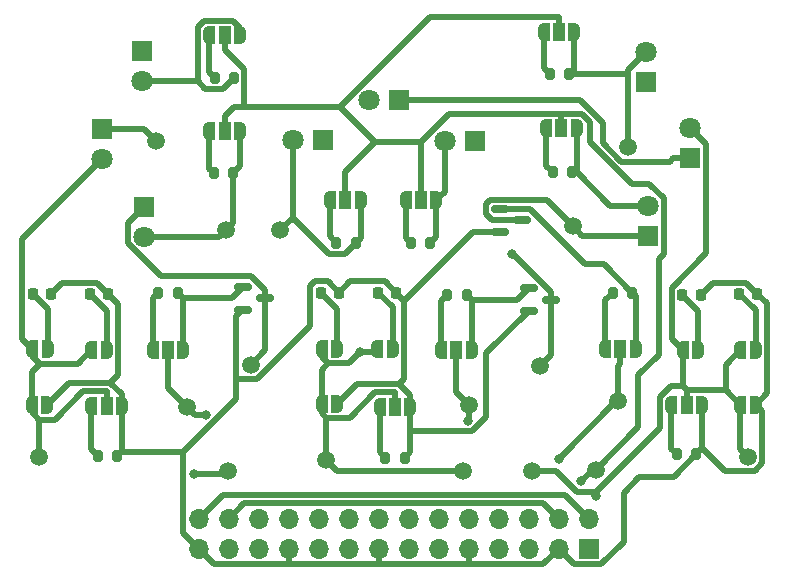
<source format=gbr>
%TF.GenerationSoftware,KiCad,Pcbnew,(7.0.0)*%
%TF.CreationDate,2024-03-24T15:02:48+02:00*%
%TF.ProjectId,MMPCB,4d4d5043-422e-46b6-9963-61645f706362,rev?*%
%TF.SameCoordinates,Original*%
%TF.FileFunction,Copper,L1,Top*%
%TF.FilePolarity,Positive*%
%FSLAX46Y46*%
G04 Gerber Fmt 4.6, Leading zero omitted, Abs format (unit mm)*
G04 Created by KiCad (PCBNEW (7.0.0)) date 2024-03-24 15:02:48*
%MOMM*%
%LPD*%
G01*
G04 APERTURE LIST*
G04 Aperture macros list*
%AMRoundRect*
0 Rectangle with rounded corners*
0 $1 Rounding radius*
0 $2 $3 $4 $5 $6 $7 $8 $9 X,Y pos of 4 corners*
0 Add a 4 corners polygon primitive as box body*
4,1,4,$2,$3,$4,$5,$6,$7,$8,$9,$2,$3,0*
0 Add four circle primitives for the rounded corners*
1,1,$1+$1,$2,$3*
1,1,$1+$1,$4,$5*
1,1,$1+$1,$6,$7*
1,1,$1+$1,$8,$9*
0 Add four rect primitives between the rounded corners*
20,1,$1+$1,$2,$3,$4,$5,0*
20,1,$1+$1,$4,$5,$6,$7,0*
20,1,$1+$1,$6,$7,$8,$9,0*
20,1,$1+$1,$8,$9,$2,$3,0*%
%AMFreePoly0*
4,1,19,0.550000,-0.750000,0.000000,-0.750000,0.000000,-0.744911,-0.071157,-0.744911,-0.207708,-0.704816,-0.327430,-0.627875,-0.420627,-0.520320,-0.479746,-0.390866,-0.500000,-0.250000,-0.500000,0.250000,-0.479746,0.390866,-0.420627,0.520320,-0.327430,0.627875,-0.207708,0.704816,-0.071157,0.744911,0.000000,0.744911,0.000000,0.750000,0.550000,0.750000,0.550000,-0.750000,0.550000,-0.750000,
$1*%
%AMFreePoly1*
4,1,19,0.000000,0.744911,0.071157,0.744911,0.207708,0.704816,0.327430,0.627875,0.420627,0.520320,0.479746,0.390866,0.500000,0.250000,0.500000,-0.250000,0.479746,-0.390866,0.420627,-0.520320,0.327430,-0.627875,0.207708,-0.704816,0.071157,-0.744911,0.000000,-0.744911,0.000000,-0.750000,-0.550000,-0.750000,-0.550000,0.750000,0.000000,0.750000,0.000000,0.744911,0.000000,0.744911,
$1*%
%AMFreePoly2*
4,1,19,0.500000,-0.750000,0.000000,-0.750000,0.000000,-0.744911,-0.071157,-0.744911,-0.207708,-0.704816,-0.327430,-0.627875,-0.420627,-0.520320,-0.479746,-0.390866,-0.500000,-0.250000,-0.500000,0.250000,-0.479746,0.390866,-0.420627,0.520320,-0.327430,0.627875,-0.207708,0.704816,-0.071157,0.744911,0.000000,0.744911,0.000000,0.750000,0.500000,0.750000,0.500000,-0.750000,0.500000,-0.750000,
$1*%
%AMFreePoly3*
4,1,19,0.000000,0.744911,0.071157,0.744911,0.207708,0.704816,0.327430,0.627875,0.420627,0.520320,0.479746,0.390866,0.500000,0.250000,0.500000,-0.250000,0.479746,-0.390866,0.420627,-0.520320,0.327430,-0.627875,0.207708,-0.704816,0.071157,-0.744911,0.000000,-0.744911,0.000000,-0.750000,-0.500000,-0.750000,-0.500000,0.750000,0.000000,0.750000,0.000000,0.744911,0.000000,0.744911,
$1*%
G04 Aperture macros list end*
%TA.AperFunction,SMDPad,CuDef*%
%ADD10C,1.500000*%
%TD*%
%TA.AperFunction,SMDPad,CuDef*%
%ADD11RoundRect,0.200000X-0.200000X-0.275000X0.200000X-0.275000X0.200000X0.275000X-0.200000X0.275000X0*%
%TD*%
%TA.AperFunction,ComponentPad*%
%ADD12R,1.800000X1.800000*%
%TD*%
%TA.AperFunction,ComponentPad*%
%ADD13C,1.800000*%
%TD*%
%TA.AperFunction,SMDPad,CuDef*%
%ADD14RoundRect,0.150000X-0.587500X-0.150000X0.587500X-0.150000X0.587500X0.150000X-0.587500X0.150000X0*%
%TD*%
%TA.AperFunction,SMDPad,CuDef*%
%ADD15FreePoly0,0.000000*%
%TD*%
%TA.AperFunction,SMDPad,CuDef*%
%ADD16R,1.000000X1.500000*%
%TD*%
%TA.AperFunction,SMDPad,CuDef*%
%ADD17FreePoly1,0.000000*%
%TD*%
%TA.AperFunction,SMDPad,CuDef*%
%ADD18FreePoly2,0.000000*%
%TD*%
%TA.AperFunction,SMDPad,CuDef*%
%ADD19FreePoly3,0.000000*%
%TD*%
%TA.AperFunction,ComponentPad*%
%ADD20R,1.700000X1.700000*%
%TD*%
%TA.AperFunction,ComponentPad*%
%ADD21O,1.700000X1.700000*%
%TD*%
%TA.AperFunction,SMDPad,CuDef*%
%ADD22RoundRect,0.225000X-0.225000X-0.250000X0.225000X-0.250000X0.225000X0.250000X-0.225000X0.250000X0*%
%TD*%
%TA.AperFunction,ViaPad*%
%ADD23C,0.800000*%
%TD*%
%TA.AperFunction,Conductor*%
%ADD24C,0.500000*%
%TD*%
G04 APERTURE END LIST*
D10*
%TO.P,TPS3,1,1*%
%TO.N,Analog8*%
X175000000Y-134000000D03*
%TD*%
%TO.P,TPS2,1,1*%
%TO.N,Analog11*%
X139300000Y-134300000D03*
%TD*%
%TO.P,TPS1,1,1*%
%TO.N,Analog15*%
X115000000Y-134000000D03*
%TD*%
%TO.P,TPE3,1,1*%
%TO.N,Net-(D5-K)*%
X160200000Y-114500000D03*
%TD*%
%TO.P,TPE2,1,1*%
%TO.N,Net-(D3-K)*%
X157400000Y-126300000D03*
%TD*%
%TO.P,TPE1,1,1*%
%TO.N,Net-(D1-K)*%
X132900000Y-126200000D03*
%TD*%
%TO.P,TPPWM7,1,1*%
%TO.N,PWM7*%
X127500000Y-129800000D03*
%TD*%
%TO.P,TPPWM4,1,1*%
%TO.N,PWM4*%
X151400000Y-129600000D03*
%TD*%
%TO.P,TPPWM1,1,1*%
%TO.N,PWM1*%
X164000000Y-129300000D03*
%TD*%
%TO.P,TPBATT1,1,1*%
%TO.N,BATT*%
X162100000Y-135100000D03*
%TD*%
%TO.P,TPA15,1,1*%
%TO.N,Analog15*%
X131000000Y-135200000D03*
%TD*%
%TO.P,TPA11,1,1*%
%TO.N,Analog11*%
X150900000Y-135200000D03*
%TD*%
%TO.P,TPA8,1,1*%
%TO.N,Analog8*%
X156700000Y-135200000D03*
%TD*%
%TO.P,TP5,1,1*%
%TO.N,Net-(D5-A)*%
X164800000Y-107800000D03*
%TD*%
%TO.P,TP3V3,1,1*%
%TO.N,3V3*%
X124900000Y-107300000D03*
%TD*%
%TO.P,TP3,1,1*%
%TO.N,Net-(D3-A)*%
X135400000Y-114800000D03*
%TD*%
%TO.P,TP1,1,1*%
%TO.N,Net-(D1-A)*%
X130800000Y-114800000D03*
%TD*%
D11*
%TO.P,RS3,1*%
%TO.N,Net-(JPRS3-A)*%
X168950000Y-133800000D03*
%TO.P,RS3,2*%
%TO.N,GND*%
X170600000Y-133800000D03*
%TD*%
%TO.P,RS2,1*%
%TO.N,Net-(JPRS2-A)*%
X144275000Y-134100000D03*
%TO.P,RS2,2*%
%TO.N,GND*%
X145925000Y-134100000D03*
%TD*%
%TO.P,RS1,1*%
%TO.N,Net-(JPRS1-A)*%
X119950000Y-133900000D03*
%TO.P,RS1,2*%
%TO.N,GND*%
X121600000Y-133900000D03*
%TD*%
%TO.P,RB3,1*%
%TO.N,Net-(JPRB3-A)*%
X163550000Y-120100000D03*
%TO.P,RB3,2*%
%TO.N,Net-(JPRB3-B)*%
X165200000Y-120100000D03*
%TD*%
%TO.P,RB2,1*%
%TO.N,Net-(JPRB2-A)*%
X149550000Y-120300000D03*
%TO.P,RB2,2*%
%TO.N,Net-(JPRB2-B)*%
X151200000Y-120300000D03*
%TD*%
%TO.P,RB1,1*%
%TO.N,Net-(JPRB1-A)*%
X125050000Y-120100000D03*
%TO.P,RB1,2*%
%TO.N,Net-(JPRB1-B)*%
X126700000Y-120100000D03*
%TD*%
%TO.P,R6,1*%
%TO.N,Net-(JPR6-A)*%
X158450000Y-109900000D03*
%TO.P,R6,2*%
%TO.N,Net-(D6-A)*%
X160100000Y-109900000D03*
%TD*%
%TO.P,R5,1*%
%TO.N,Net-(JPR5-A)*%
X158200000Y-101600000D03*
%TO.P,R5,2*%
%TO.N,Net-(D5-A)*%
X159850000Y-101600000D03*
%TD*%
%TO.P,R4,2*%
%TO.N,Net-(D4-A)*%
X148100000Y-115900000D03*
%TO.P,R4,1*%
%TO.N,Net-(JPR4-A)*%
X146450000Y-115900000D03*
%TD*%
%TO.P,R3,1*%
%TO.N,Net-(JPR3-A)*%
X140150000Y-115900000D03*
%TO.P,R3,2*%
%TO.N,Net-(D3-A)*%
X141800000Y-115900000D03*
%TD*%
%TO.P,R2,1*%
%TO.N,Net-(JPR2-A)*%
X129850000Y-101900000D03*
%TO.P,R2,2*%
%TO.N,Net-(D2-A)*%
X131500000Y-101900000D03*
%TD*%
%TO.P,R1,1*%
%TO.N,Net-(JPR1-A)*%
X129750000Y-110000000D03*
%TO.P,R1,2*%
%TO.N,Net-(D1-A)*%
X131400000Y-110000000D03*
%TD*%
D12*
%TO.P,Q6,1,C*%
%TO.N,3V3*%
X170074999Y-108749999D03*
D13*
%TO.P,Q6,2,E*%
%TO.N,Analog8*%
X170075000Y-106210000D03*
%TD*%
D12*
%TO.P,Q5,1,C*%
%TO.N,3V3*%
X145449999Y-103824999D03*
D13*
%TO.P,Q5,2,E*%
%TO.N,Analog11*%
X142910000Y-103825000D03*
%TD*%
D12*
%TO.P,Q4,1,C*%
%TO.N,3V3*%
X120324999Y-106249999D03*
D13*
%TO.P,Q4,2,E*%
%TO.N,Analog15*%
X120325000Y-108790000D03*
%TD*%
D14*
%TO.P,Q3,1,B*%
%TO.N,Net-(JPRB3-B)*%
X154025000Y-113050000D03*
%TO.P,Q3,2,E*%
%TO.N,GND*%
X154025000Y-114950000D03*
%TO.P,Q3,3,C*%
%TO.N,Net-(D5-K)*%
X155900000Y-114000000D03*
%TD*%
%TO.P,Q2,1,B*%
%TO.N,Net-(JPRB2-B)*%
X156425000Y-119750000D03*
%TO.P,Q2,2,E*%
%TO.N,GND*%
X156425000Y-121650000D03*
%TO.P,Q2,3,C*%
%TO.N,Net-(D3-K)*%
X158300000Y-120700000D03*
%TD*%
%TO.P,Q1,3,C*%
%TO.N,Net-(D1-K)*%
X134100000Y-120600000D03*
%TO.P,Q1,2,E*%
%TO.N,GND*%
X132225000Y-121550000D03*
%TO.P,Q1,1,B*%
%TO.N,Net-(JPRB1-B)*%
X132225000Y-119650000D03*
%TD*%
D15*
%TO.P,JPRS3,1,A*%
%TO.N,Net-(JPRS3-A)*%
X168500000Y-129600000D03*
D16*
%TO.P,JPRS3,2,C*%
%TO.N,Analog8*%
X169799999Y-129599999D03*
D17*
%TO.P,JPRS3,3,B*%
%TO.N,GND*%
X171100000Y-129600000D03*
%TD*%
D15*
%TO.P,JPRS2,1,A*%
%TO.N,Net-(JPRS2-A)*%
X143800000Y-129800000D03*
D16*
%TO.P,JPRS2,2,C*%
%TO.N,Analog11*%
X145099999Y-129799999D03*
D17*
%TO.P,JPRS2,3,B*%
%TO.N,GND*%
X146400000Y-129800000D03*
%TD*%
D15*
%TO.P,JPRS1,1,A*%
%TO.N,Net-(JPRS1-A)*%
X119400000Y-129700000D03*
D16*
%TO.P,JPRS1,2,C*%
%TO.N,Analog15*%
X120699999Y-129699999D03*
D17*
%TO.P,JPRS1,3,B*%
%TO.N,GND*%
X122000000Y-129700000D03*
%TD*%
%TO.P,JPRB3,3,B*%
%TO.N,Net-(JPRB3-B)*%
X165500000Y-124900000D03*
D16*
%TO.P,JPRB3,2,C*%
%TO.N,PWM1*%
X164199999Y-124899999D03*
D15*
%TO.P,JPRB3,1,A*%
%TO.N,Net-(JPRB3-A)*%
X162900000Y-124900000D03*
%TD*%
%TO.P,JPRB2,1,A*%
%TO.N,Net-(JPRB2-A)*%
X149000000Y-125000000D03*
D16*
%TO.P,JPRB2,2,C*%
%TO.N,PWM4*%
X150299999Y-124999999D03*
D17*
%TO.P,JPRB2,3,B*%
%TO.N,Net-(JPRB2-B)*%
X151600000Y-125000000D03*
%TD*%
D15*
%TO.P,JPRB1,1,A*%
%TO.N,Net-(JPRB1-A)*%
X124600000Y-125000000D03*
D16*
%TO.P,JPRB1,2,C*%
%TO.N,PWM7*%
X125899999Y-124999999D03*
D17*
%TO.P,JPRB1,3,B*%
%TO.N,Net-(JPRB1-B)*%
X127200000Y-125000000D03*
%TD*%
D15*
%TO.P,JPR6,1,A*%
%TO.N,Net-(JPR6-A)*%
X157900000Y-106200000D03*
D16*
%TO.P,JPR6,2,C*%
%TO.N,BATT*%
X159199999Y-106199999D03*
D17*
%TO.P,JPR6,3,B*%
%TO.N,Net-(D6-A)*%
X160500000Y-106200000D03*
%TD*%
D15*
%TO.P,JPR5,1,A*%
%TO.N,Net-(JPR5-A)*%
X157700000Y-98000000D03*
D16*
%TO.P,JPR5,2,C*%
%TO.N,BATT*%
X158999999Y-97999999D03*
D17*
%TO.P,JPR5,3,B*%
%TO.N,Net-(D5-A)*%
X160300000Y-98000000D03*
%TD*%
D15*
%TO.P,JPR4,1,A*%
%TO.N,Net-(JPR4-A)*%
X146000000Y-112300000D03*
D16*
%TO.P,JPR4,2,C*%
%TO.N,BATT*%
X147299999Y-112299999D03*
D17*
%TO.P,JPR4,3,B*%
%TO.N,Net-(D4-A)*%
X148600000Y-112300000D03*
%TD*%
D15*
%TO.P,JPR3,1,A*%
%TO.N,Net-(JPR3-A)*%
X139600000Y-112300000D03*
D16*
%TO.P,JPR3,2,C*%
%TO.N,BATT*%
X140899999Y-112299999D03*
D17*
%TO.P,JPR3,3,B*%
%TO.N,Net-(D3-A)*%
X142200000Y-112300000D03*
%TD*%
D15*
%TO.P,JPR2,1,A*%
%TO.N,Net-(JPR2-A)*%
X129400000Y-98300000D03*
D16*
%TO.P,JPR2,2,C*%
%TO.N,BATT*%
X130699999Y-98299999D03*
D17*
%TO.P,JPR2,3,B*%
%TO.N,Net-(D2-A)*%
X132000000Y-98300000D03*
%TD*%
D15*
%TO.P,JPR1,1,A*%
%TO.N,Net-(JPR1-A)*%
X129400000Y-106400000D03*
D16*
%TO.P,JPR1,2,C*%
%TO.N,BATT*%
X130699999Y-106399999D03*
D17*
%TO.P,JPR1,3,B*%
%TO.N,Net-(D1-A)*%
X132000000Y-106400000D03*
%TD*%
D18*
%TO.P,JPC9,1,A*%
%TO.N,Analog8*%
X174350000Y-125000000D03*
D19*
%TO.P,JPC9,2,B*%
%TO.N,Net-(JPC9-B)*%
X175650000Y-125000000D03*
%TD*%
D18*
%TO.P,JPC8,1,A*%
%TO.N,Analog8*%
X169500000Y-125000000D03*
D19*
%TO.P,JPC8,2,B*%
%TO.N,Net-(JPC8-B)*%
X170800000Y-125000000D03*
%TD*%
D18*
%TO.P,JPC7,1,A*%
%TO.N,Analog8*%
X174350000Y-129600000D03*
D19*
%TO.P,JPC7,2,B*%
%TO.N,GND*%
X175650000Y-129600000D03*
%TD*%
D18*
%TO.P,JPC6,1,A*%
%TO.N,Analog11*%
X143600000Y-124900000D03*
D19*
%TO.P,JPC6,2,B*%
%TO.N,Net-(JPC6-B)*%
X144900000Y-124900000D03*
%TD*%
D18*
%TO.P,JPC5,1,A*%
%TO.N,Analog11*%
X138900000Y-124900000D03*
D19*
%TO.P,JPC5,2,B*%
%TO.N,Net-(JPC5-B)*%
X140200000Y-124900000D03*
%TD*%
D18*
%TO.P,JPC4,1,A*%
%TO.N,Analog11*%
X138900000Y-129500000D03*
D19*
%TO.P,JPC4,2,B*%
%TO.N,GND*%
X140200000Y-129500000D03*
%TD*%
D18*
%TO.P,JPC3,1,A*%
%TO.N,Analog15*%
X119400000Y-125000000D03*
D19*
%TO.P,JPC3,2,B*%
%TO.N,Net-(JPC3-B)*%
X120700000Y-125000000D03*
%TD*%
D18*
%TO.P,JPC2,1,A*%
%TO.N,Analog15*%
X114400000Y-124900000D03*
D19*
%TO.P,JPC2,2,B*%
%TO.N,Net-(JPC2-B)*%
X115700000Y-124900000D03*
%TD*%
D18*
%TO.P,JPC1,1,A*%
%TO.N,Analog15*%
X114350000Y-129600000D03*
D19*
%TO.P,JPC1,2,B*%
%TO.N,GND*%
X115650000Y-129600000D03*
%TD*%
D20*
%TO.P,J1,1,Pin_1*%
%TO.N,RESV3*%
X161519999Y-141799999D03*
D21*
%TO.P,J1,2,Pin_2*%
%TO.N,3V3*%
X161519999Y-139259999D03*
%TO.P,J1,3,Pin_3*%
%TO.N,GND*%
X158979999Y-141799999D03*
%TO.P,J1,4,Pin_4*%
%TO.N,BATT*%
X158979999Y-139259999D03*
%TO.P,J1,5,Pin_5*%
%TO.N,Analog8*%
X156439999Y-141799999D03*
%TO.P,J1,6,Pin_6*%
%TO.N,RESV2*%
X156439999Y-139259999D03*
%TO.P,J1,7,Pin_7*%
%TO.N,Analog9*%
X153899999Y-141799999D03*
%TO.P,J1,8,Pin_8*%
%TO.N,PWM1*%
X153899999Y-139259999D03*
%TO.P,J1,9,Pin_9*%
%TO.N,GND*%
X151359999Y-141799999D03*
%TO.P,J1,10,Pin_10*%
%TO.N,PWM2*%
X151359999Y-139259999D03*
%TO.P,J1,11,Pin_11*%
%TO.N,Analog10*%
X148819999Y-141799999D03*
%TO.P,J1,12,Pin_12*%
%TO.N,PWM3*%
X148819999Y-139259999D03*
%TO.P,J1,13,Pin_13*%
%TO.N,Analog11*%
X146279999Y-141799999D03*
%TO.P,J1,14,Pin_14*%
%TO.N,PWM4*%
X146279999Y-139259999D03*
%TO.P,J1,15,Pin_15*%
%TO.N,GND*%
X143739999Y-141799999D03*
%TO.P,J1,16,Pin_16*%
%TO.N,PWM5*%
X143739999Y-139259999D03*
%TO.P,J1,17,Pin_17*%
%TO.N,Analog12*%
X141199999Y-141799999D03*
%TO.P,J1,18,Pin_18*%
%TO.N,PWM6*%
X141199999Y-139259999D03*
%TO.P,J1,19,Pin_19*%
%TO.N,Analog13*%
X138659999Y-141799999D03*
%TO.P,J1,20,Pin_20*%
%TO.N,PWM7*%
X138659999Y-139259999D03*
%TO.P,J1,21,Pin_21*%
%TO.N,GND*%
X136119999Y-141799999D03*
%TO.P,J1,22,Pin_22*%
%TO.N,PWM8*%
X136119999Y-139259999D03*
%TO.P,J1,23,Pin_23*%
%TO.N,Analog14*%
X133579999Y-141799999D03*
%TO.P,J1,24,Pin_24*%
%TO.N,RESV1*%
X133579999Y-139259999D03*
%TO.P,J1,25,Pin_25*%
%TO.N,Analog15*%
X131039999Y-141799999D03*
%TO.P,J1,26,Pin_26*%
%TO.N,BATT*%
X131039999Y-139259999D03*
%TO.P,J1,27,Pin_27*%
%TO.N,GND*%
X128499999Y-141799999D03*
%TO.P,J1,28,Pin_28*%
%TO.N,3V3*%
X128499999Y-139259999D03*
%TD*%
D12*
%TO.P,D6,1,K*%
%TO.N,Net-(D5-K)*%
X166524999Y-115274999D03*
D13*
%TO.P,D6,2,A*%
%TO.N,Net-(D6-A)*%
X166525000Y-112735000D03*
%TD*%
%TO.P,D5,2,A*%
%TO.N,Net-(D5-A)*%
X166325000Y-99735000D03*
D12*
%TO.P,D5,1,K*%
%TO.N,Net-(D5-K)*%
X166324999Y-102274999D03*
%TD*%
D13*
%TO.P,D4,2,A*%
%TO.N,Net-(D4-A)*%
X149335000Y-107275000D03*
D12*
%TO.P,D4,1,K*%
%TO.N,Net-(D3-K)*%
X151874999Y-107274999D03*
%TD*%
%TO.P,D3,1,K*%
%TO.N,Net-(D3-K)*%
X138974999Y-107174999D03*
D13*
%TO.P,D3,2,A*%
%TO.N,Net-(D3-A)*%
X136435000Y-107175000D03*
%TD*%
D12*
%TO.P,D2,1,K*%
%TO.N,Net-(D1-K)*%
X123674999Y-99624999D03*
D13*
%TO.P,D2,2,A*%
%TO.N,Net-(D2-A)*%
X123675000Y-102165000D03*
%TD*%
D12*
%TO.P,D1,1,K*%
%TO.N,Net-(D1-K)*%
X123874999Y-112824999D03*
D13*
%TO.P,D1,2,A*%
%TO.N,Net-(D1-A)*%
X123875000Y-115365000D03*
%TD*%
D22*
%TO.P,C9,1*%
%TO.N,Net-(JPC9-B)*%
X174250000Y-120200000D03*
%TO.P,C9,2*%
%TO.N,GND*%
X175800000Y-120200000D03*
%TD*%
%TO.P,C8,1*%
%TO.N,Net-(JPC8-B)*%
X169450000Y-120300000D03*
%TO.P,C8,2*%
%TO.N,GND*%
X171000000Y-120300000D03*
%TD*%
%TO.P,C6,1*%
%TO.N,Net-(JPC6-B)*%
X143650000Y-120100000D03*
%TO.P,C6,2*%
%TO.N,GND*%
X145200000Y-120100000D03*
%TD*%
%TO.P,C5,1*%
%TO.N,Net-(JPC5-B)*%
X138825000Y-120100000D03*
%TO.P,C5,2*%
%TO.N,GND*%
X140375000Y-120100000D03*
%TD*%
%TO.P,C3,1*%
%TO.N,Net-(JPC3-B)*%
X119250000Y-120200000D03*
%TO.P,C3,2*%
%TO.N,GND*%
X120800000Y-120200000D03*
%TD*%
%TO.P,C2,1*%
%TO.N,Net-(JPC2-B)*%
X114425000Y-120200000D03*
%TO.P,C2,2*%
%TO.N,GND*%
X115975000Y-120200000D03*
%TD*%
D23*
%TO.N,PWM7*%
X129119000Y-130472600D03*
%TO.N,PWM4*%
X151252500Y-130969800D03*
%TO.N,PWM1*%
X158956700Y-134203300D03*
%TO.N,Net-(D3-K)*%
X154997300Y-116856900D03*
%TO.N,Analog15*%
X128108200Y-135495000D03*
%TO.N,Analog11*%
X142150000Y-125168300D03*
%TO.N,Analog8*%
X162169300Y-137336300D03*
%TO.N,BATT*%
X160897500Y-136056900D03*
%TD*%
D24*
%TO.N,Net-(JPRS3-A)*%
X168500000Y-133350000D02*
X168500000Y-129600000D01*
X168950000Y-133800000D02*
X168500000Y-133350000D01*
%TO.N,Net-(JPRS2-A)*%
X143800000Y-133625000D02*
X144275000Y-134100000D01*
X143800000Y-129800000D02*
X143800000Y-133625000D01*
%TO.N,Net-(JPRB3-B)*%
X165500000Y-120400000D02*
X165200000Y-120100000D01*
X165500000Y-124900000D02*
X165500000Y-120400000D01*
X162812300Y-117712300D02*
X165200000Y-120100000D01*
X161225400Y-117712300D02*
X162812300Y-117712300D01*
X156563100Y-113050000D02*
X161225400Y-117712300D01*
X154025000Y-113050000D02*
X156563100Y-113050000D01*
%TO.N,Net-(JPRB3-A)*%
X162900000Y-120750000D02*
X163550000Y-120100000D01*
X162900000Y-124900000D02*
X162900000Y-120750000D01*
%TO.N,Net-(JPRB2-B)*%
X155475000Y-120700000D02*
X156425000Y-119750000D01*
X151600000Y-120700000D02*
X155475000Y-120700000D01*
X151600000Y-125000000D02*
X151600000Y-120700000D01*
X151600000Y-120700000D02*
X151200000Y-120300000D01*
%TO.N,Net-(JPRB2-A)*%
X149000000Y-120850000D02*
X149550000Y-120300000D01*
X149000000Y-125000000D02*
X149000000Y-120850000D01*
%TO.N,Net-(JPR6-A)*%
X157900000Y-109350000D02*
X158450000Y-109900000D01*
X157900000Y-106200000D02*
X157900000Y-109350000D01*
%TO.N,Net-(JPR5-A)*%
X157700000Y-101100000D02*
X158200000Y-101600000D01*
X157700000Y-98000000D02*
X157700000Y-101100000D01*
%TO.N,Net-(JPR4-A)*%
X146000000Y-115450000D02*
X146450000Y-115900000D01*
X146000000Y-112300000D02*
X146000000Y-115450000D01*
%TO.N,Net-(JPR3-A)*%
X139600000Y-115350000D02*
X140150000Y-115900000D01*
X139600000Y-112300000D02*
X139600000Y-115350000D01*
%TO.N,PWM7*%
X125900000Y-128200000D02*
X125900000Y-125000000D01*
X127500000Y-129800000D02*
X125900000Y-128200000D01*
X128172600Y-130472600D02*
X129119000Y-130472600D01*
X127500000Y-129800000D02*
X128172600Y-130472600D01*
%TO.N,PWM4*%
X151400000Y-130822300D02*
X151400000Y-129600000D01*
X151252500Y-130969800D02*
X151400000Y-130822300D01*
X150300000Y-128500000D02*
X150300000Y-125000000D01*
X151400000Y-129600000D02*
X150300000Y-128500000D01*
%TO.N,PWM1*%
X164000000Y-126350000D02*
X164200000Y-126150000D01*
X164000000Y-129300000D02*
X164000000Y-126350000D01*
X164200000Y-124900000D02*
X164200000Y-126150000D01*
X163860000Y-129300000D02*
X158956700Y-134203300D01*
X164000000Y-129300000D02*
X163860000Y-129300000D01*
%TO.N,Net-(D6-A)*%
X160500000Y-109900000D02*
X160100000Y-109900000D01*
X163335000Y-112735000D02*
X160500000Y-109900000D01*
X166525000Y-112735000D02*
X163335000Y-112735000D01*
X160500000Y-109900000D02*
X160500000Y-106200000D01*
%TO.N,Net-(D5-A)*%
X164800000Y-101260000D02*
X164800000Y-101600000D01*
X166325000Y-99735000D02*
X164800000Y-101260000D01*
X164800000Y-101600000D02*
X164800000Y-107800000D01*
X160300000Y-101600000D02*
X160300000Y-98000000D01*
X164800000Y-101600000D02*
X160300000Y-101600000D01*
X160300000Y-101600000D02*
X159850000Y-101600000D01*
%TO.N,Net-(D5-K)*%
X153319000Y-114000000D02*
X155900000Y-114000000D01*
X152794000Y-113475000D02*
X153319000Y-114000000D01*
X152794000Y-112625800D02*
X152794000Y-113475000D01*
X153164700Y-112255100D02*
X152794000Y-112625800D01*
X157955100Y-112255100D02*
X153164700Y-112255100D01*
X160200000Y-114500000D02*
X157955100Y-112255100D01*
X160975000Y-115275000D02*
X160200000Y-114500000D01*
X166525000Y-115275000D02*
X160975000Y-115275000D01*
%TO.N,Net-(D4-A)*%
X149335000Y-111565000D02*
X148600000Y-112300000D01*
X149335000Y-107275000D02*
X149335000Y-111565000D01*
X148600000Y-115400000D02*
X148100000Y-115900000D01*
X148600000Y-112300000D02*
X148600000Y-115400000D01*
%TO.N,Net-(D3-A)*%
X136435000Y-107175000D02*
X136435000Y-113765000D01*
X136435000Y-113765000D02*
X135400000Y-114800000D01*
X140866700Y-116833300D02*
X141800000Y-115900000D01*
X139503300Y-116833300D02*
X140866700Y-116833300D01*
X136435000Y-113765000D02*
X139503300Y-116833300D01*
X142200000Y-115500000D02*
X142200000Y-112300000D01*
X141800000Y-115900000D02*
X142200000Y-115500000D01*
%TO.N,Net-(D3-K)*%
X158300000Y-125400000D02*
X158300000Y-120700000D01*
X157400000Y-126300000D02*
X158300000Y-125400000D01*
X155142400Y-116856900D02*
X154997300Y-116856900D01*
X158300000Y-120014500D02*
X155142400Y-116856900D01*
X158300000Y-120700000D02*
X158300000Y-120014500D01*
%TO.N,Net-(JPC9-B)*%
X175650000Y-121600000D02*
X175650000Y-125000000D01*
X174250000Y-120200000D02*
X175650000Y-121600000D01*
%TO.N,Net-(JPC8-B)*%
X170800000Y-121650000D02*
X170800000Y-125000000D01*
X169450000Y-120300000D02*
X170800000Y-121650000D01*
%TO.N,Net-(JPC6-B)*%
X144900000Y-121350000D02*
X144900000Y-124900000D01*
X143650000Y-120100000D02*
X144900000Y-121350000D01*
%TO.N,Net-(JPC5-B)*%
X140200000Y-121475000D02*
X140200000Y-124900000D01*
X138825000Y-120100000D02*
X140200000Y-121475000D01*
%TO.N,Net-(JPRS1-A)*%
X119400000Y-133350000D02*
X119400000Y-129700000D01*
X119950000Y-133900000D02*
X119400000Y-133350000D01*
%TO.N,Net-(JPRB1-B)*%
X131275000Y-120600000D02*
X127200000Y-120600000D01*
X132225000Y-119650000D02*
X131275000Y-120600000D01*
X127200000Y-125000000D02*
X127200000Y-120600000D01*
X127200000Y-120600000D02*
X126700000Y-120100000D01*
%TO.N,Net-(JPRB1-A)*%
X124600000Y-120550000D02*
X125050000Y-120100000D01*
X124600000Y-125000000D02*
X124600000Y-120550000D01*
%TO.N,Net-(JPR2-A)*%
X129400000Y-101450000D02*
X129850000Y-101900000D01*
X129400000Y-98300000D02*
X129400000Y-101450000D01*
%TO.N,Net-(JPR1-A)*%
X129400000Y-109650000D02*
X129750000Y-110000000D01*
X129400000Y-106400000D02*
X129400000Y-109650000D01*
%TO.N,Analog15*%
X114400000Y-125489100D02*
X114400000Y-124900000D01*
X115058900Y-126148000D02*
X114400000Y-125489100D01*
X113506700Y-124006700D02*
X114400000Y-124900000D01*
X113506700Y-115608300D02*
X113506700Y-124006700D01*
X120325000Y-108790000D02*
X113506700Y-115608300D01*
X114350000Y-126856900D02*
X114350000Y-129600000D01*
X115058900Y-126148000D02*
X114350000Y-126856900D01*
X120700000Y-129700000D02*
X120700000Y-128450000D01*
X115000000Y-130863100D02*
X115000000Y-134000000D01*
X114350000Y-130213100D02*
X114350000Y-129600000D01*
X115000000Y-130863100D02*
X114350000Y-130213100D01*
X118712600Y-128450000D02*
X120700000Y-128450000D01*
X116299500Y-130863100D02*
X118712600Y-128450000D01*
X115000000Y-130863100D02*
X116299500Y-130863100D01*
X118252000Y-126148000D02*
X115058900Y-126148000D01*
X119400000Y-125000000D02*
X118252000Y-126148000D01*
X130705000Y-135495000D02*
X131000000Y-135200000D01*
X128108200Y-135495000D02*
X130705000Y-135495000D01*
%TO.N,Analog11*%
X140200000Y-135200000D02*
X139300000Y-134300000D01*
X150900000Y-135200000D02*
X140200000Y-135200000D01*
X143331700Y-125168300D02*
X143600000Y-124900000D01*
X142150000Y-125168300D02*
X143331700Y-125168300D01*
X141216400Y-126101900D02*
X139463800Y-126101900D01*
X142150000Y-125168300D02*
X141216400Y-126101900D01*
X138900000Y-125538100D02*
X138900000Y-124900000D01*
X139463800Y-126101900D02*
X138900000Y-125538100D01*
X138900000Y-126665700D02*
X138900000Y-129500000D01*
X139463800Y-126101900D02*
X138900000Y-126665700D01*
X145100000Y-129800000D02*
X145100000Y-128550000D01*
X139300000Y-130701900D02*
X139300000Y-134300000D01*
X141296300Y-130701900D02*
X139300000Y-130701900D01*
X143448200Y-128550000D02*
X141296300Y-130701900D01*
X145100000Y-128550000D02*
X143448200Y-128550000D01*
X138900000Y-130301900D02*
X138900000Y-129500000D01*
X139300000Y-130701900D02*
X138900000Y-130301900D01*
%TO.N,Analog8*%
X174350000Y-133350000D02*
X174350000Y-129600000D01*
X175000000Y-134000000D02*
X174350000Y-133350000D01*
X169800000Y-129600000D02*
X169800000Y-128350000D01*
X168535800Y-124035800D02*
X169500000Y-125000000D01*
X168535800Y-119677400D02*
X168535800Y-124035800D01*
X171426900Y-116786300D02*
X168535800Y-119677400D01*
X171426900Y-107561900D02*
X171426900Y-116786300D01*
X170075000Y-106210000D02*
X171426900Y-107561900D01*
X173100000Y-126250000D02*
X174350000Y-125000000D01*
X173100000Y-128350000D02*
X173100000Y-126250000D01*
X169800000Y-128350000D02*
X173100000Y-128350000D01*
X173100000Y-128350000D02*
X174350000Y-129600000D01*
X169800000Y-128350000D02*
X169500000Y-128050000D01*
X169500000Y-128050000D02*
X169500000Y-125000000D01*
X162169300Y-136946600D02*
X162169300Y-137336300D01*
X167531600Y-131584300D02*
X162169300Y-136946600D01*
X167531600Y-128970000D02*
X167531600Y-131584300D01*
X168451600Y-128050000D02*
X167531600Y-128970000D01*
X169500000Y-128050000D02*
X168451600Y-128050000D01*
X158750800Y-135200000D02*
X156700000Y-135200000D01*
X160497400Y-136946600D02*
X158750800Y-135200000D01*
X162169300Y-136946600D02*
X160497400Y-136946600D01*
%TO.N,BATT*%
X159000000Y-98000000D02*
X159000000Y-96750000D01*
X130700000Y-106400000D02*
X130700000Y-105150000D01*
X130700000Y-98300000D02*
X130700000Y-99550000D01*
X132366300Y-101216300D02*
X130700000Y-99550000D01*
X132366300Y-104396500D02*
X132366300Y-101216300D01*
X131453500Y-104396500D02*
X130700000Y-105150000D01*
X132366300Y-104396500D02*
X131453500Y-104396500D01*
X147300000Y-112300000D02*
X147300000Y-111050000D01*
X159200000Y-106200000D02*
X159200000Y-104999600D01*
X140428800Y-104396500D02*
X132366300Y-104396500D01*
X148055100Y-96750000D02*
X159000000Y-96750000D01*
X140428800Y-104376300D02*
X148055100Y-96750000D01*
X140428800Y-104396500D02*
X140428800Y-104376300D01*
X147300000Y-111050000D02*
X147300000Y-107392500D01*
X159198500Y-104998100D02*
X159200000Y-104999600D01*
X149694400Y-104998100D02*
X159198500Y-104998100D01*
X147300000Y-107392500D02*
X149694400Y-104998100D01*
X140900000Y-109917300D02*
X140900000Y-112300000D01*
X143424800Y-107392500D02*
X140900000Y-109917300D01*
X147300000Y-107392500D02*
X143424800Y-107392500D01*
X143424800Y-107392500D02*
X140428800Y-104396500D01*
X165723600Y-131476400D02*
X162100000Y-135100000D01*
X165723600Y-127122900D02*
X165723600Y-131476400D01*
X167460000Y-125386500D02*
X165723600Y-127122900D01*
X167460000Y-117299100D02*
X167460000Y-125386500D01*
X167883800Y-116875300D02*
X167460000Y-117299100D01*
X167883800Y-112136600D02*
X167883800Y-116875300D01*
X166634800Y-110887600D02*
X167883800Y-112136600D01*
X165149800Y-110887600D02*
X166634800Y-110887600D01*
X161601300Y-107339100D02*
X165149800Y-110887600D01*
X161601300Y-105693200D02*
X161601300Y-107339100D01*
X160906200Y-104998100D02*
X161601300Y-105693200D01*
X159201500Y-104998100D02*
X160906200Y-104998100D01*
X159200000Y-104999600D02*
X159201500Y-104998100D01*
X161854400Y-135100000D02*
X162100000Y-135100000D01*
X160897500Y-136056900D02*
X161854400Y-135100000D01*
X157671600Y-137951600D02*
X158980000Y-139260000D01*
X132348400Y-137951600D02*
X157671600Y-137951600D01*
X131040000Y-139260000D02*
X132348400Y-137951600D01*
%TO.N,3V3*%
X123850000Y-106250000D02*
X124900000Y-107300000D01*
X120325000Y-106250000D02*
X123850000Y-106250000D01*
X168418700Y-109006300D02*
X168675000Y-108750000D01*
X164285000Y-109006300D02*
X168418700Y-109006300D01*
X162703000Y-107424300D02*
X164285000Y-109006300D01*
X162703000Y-105786000D02*
X162703000Y-107424300D01*
X160742000Y-103825000D02*
X162703000Y-105786000D01*
X145450000Y-103825000D02*
X160742000Y-103825000D01*
X170075000Y-108750000D02*
X168675000Y-108750000D01*
X159503900Y-137243900D02*
X161520000Y-139260000D01*
X130516100Y-137243900D02*
X159503900Y-137243900D01*
X128500000Y-139260000D02*
X130516100Y-137243900D01*
%TO.N,Net-(D2-A)*%
X123675000Y-102165000D02*
X128388100Y-102165000D01*
X130565000Y-102835000D02*
X131500000Y-101900000D01*
X129058100Y-102835000D02*
X130565000Y-102835000D01*
X128388100Y-102165000D02*
X129058100Y-102835000D01*
X128388100Y-97655600D02*
X128388100Y-102165000D01*
X128956800Y-97086900D02*
X128388100Y-97655600D01*
X131387100Y-97086900D02*
X128956800Y-97086900D01*
X132000000Y-97699800D02*
X131387100Y-97086900D01*
X132000000Y-98300000D02*
X132000000Y-97699800D01*
%TO.N,Net-(JPC3-B)*%
X120700000Y-121650000D02*
X120700000Y-125000000D01*
X119250000Y-120200000D02*
X120700000Y-121650000D01*
%TO.N,Net-(D1-A)*%
X132000000Y-109400000D02*
X131400000Y-110000000D01*
X132000000Y-106400000D02*
X132000000Y-109400000D01*
X130235000Y-115365000D02*
X130800000Y-114800000D01*
X123875000Y-115365000D02*
X130235000Y-115365000D01*
X131400000Y-114200000D02*
X131400000Y-110000000D01*
X130800000Y-114800000D02*
X131400000Y-114200000D01*
%TO.N,GND*%
X151360000Y-141800000D02*
X151360000Y-143101900D01*
X136120000Y-141800000D02*
X136120000Y-143101900D01*
X129801900Y-143101900D02*
X128500000Y-141800000D01*
X136120000Y-143101900D02*
X129801900Y-143101900D01*
X143740000Y-141800000D02*
X143740000Y-143101900D01*
X151360000Y-143101900D02*
X143740000Y-143101900D01*
X143740000Y-143101900D02*
X136120000Y-143101900D01*
X139413500Y-119138500D02*
X140375000Y-120100000D01*
X138294300Y-119138500D02*
X139413500Y-119138500D01*
X137900400Y-119532400D02*
X138294300Y-119138500D01*
X137900400Y-122910500D02*
X137900400Y-119532400D01*
X133406800Y-127404100D02*
X137900400Y-122910500D01*
X131651400Y-127404100D02*
X133406800Y-127404100D01*
X131651400Y-122123600D02*
X131651400Y-127404100D01*
X132225000Y-121550000D02*
X131651400Y-122123600D01*
X176216900Y-130166900D02*
X175650000Y-129600000D01*
X176216900Y-134560500D02*
X176216900Y-130166900D01*
X175558400Y-135219000D02*
X176216900Y-134560500D01*
X173019000Y-135219000D02*
X175558400Y-135219000D01*
X171100000Y-133300000D02*
X173019000Y-135219000D01*
X171100000Y-129600000D02*
X171100000Y-133300000D01*
X171100000Y-133300000D02*
X170600000Y-133800000D01*
X176601900Y-121001900D02*
X175800000Y-120200000D01*
X176601900Y-128648100D02*
X176601900Y-121001900D01*
X175650000Y-129600000D02*
X176601900Y-128648100D01*
X174867500Y-119267500D02*
X175800000Y-120200000D01*
X172032500Y-119267500D02*
X174867500Y-119267500D01*
X171000000Y-120300000D02*
X172032500Y-119267500D01*
X151599900Y-131847700D02*
X146400000Y-131847700D01*
X152816000Y-130631600D02*
X151599900Y-131847700D01*
X152816000Y-125259000D02*
X152816000Y-130631600D01*
X156425000Y-121650000D02*
X152816000Y-125259000D01*
X146400000Y-129800000D02*
X146400000Y-131847700D01*
X146400000Y-133625000D02*
X145925000Y-134100000D01*
X146400000Y-131847700D02*
X146400000Y-133625000D01*
X141852200Y-127847800D02*
X145448300Y-127847800D01*
X140200000Y-129500000D02*
X141852200Y-127847800D01*
X146400000Y-128799500D02*
X146400000Y-129800000D01*
X145448300Y-127847800D02*
X146400000Y-128799500D01*
X144240500Y-119140500D02*
X145200000Y-120100000D01*
X141334500Y-119140500D02*
X144240500Y-119140500D01*
X140375000Y-120100000D02*
X141334500Y-119140500D01*
X151722000Y-114950000D02*
X154025000Y-114950000D01*
X145886000Y-120786000D02*
X151722000Y-114950000D01*
X145200000Y-120100000D02*
X145886000Y-120786000D01*
X145886000Y-127410100D02*
X145448300Y-127847800D01*
X145886000Y-120786000D02*
X145886000Y-127410100D01*
X119851600Y-119251600D02*
X120800000Y-120200000D01*
X116923400Y-119251600D02*
X119851600Y-119251600D01*
X115975000Y-120200000D02*
X116923400Y-119251600D01*
X121668300Y-127063300D02*
X121007000Y-127724600D01*
X121668300Y-121068300D02*
X121668300Y-127063300D01*
X120800000Y-120200000D02*
X121668300Y-121068300D01*
X117525400Y-127724600D02*
X115650000Y-129600000D01*
X121007000Y-127724600D02*
X117525400Y-127724600D01*
X157678100Y-143101900D02*
X158980000Y-141800000D01*
X151360000Y-143101900D02*
X157678100Y-143101900D01*
X168705800Y-135694200D02*
X170600000Y-133800000D01*
X165805500Y-135694200D02*
X168705800Y-135694200D01*
X164461800Y-137037900D02*
X165805500Y-135694200D01*
X164461800Y-141200100D02*
X164461800Y-137037900D01*
X162560000Y-143101900D02*
X164461800Y-141200100D01*
X160281900Y-143101900D02*
X162560000Y-143101900D01*
X158980000Y-141800000D02*
X160281900Y-143101900D01*
X122000000Y-128717600D02*
X122000000Y-129700000D01*
X121007000Y-127724600D02*
X122000000Y-128717600D01*
X122000000Y-129700000D02*
X122000000Y-133500000D01*
X122000000Y-133500000D02*
X121600000Y-133900000D01*
X122099400Y-133599400D02*
X122000000Y-133500000D01*
X127197000Y-133599400D02*
X122099400Y-133599400D01*
X127197000Y-140497000D02*
X127197000Y-133599400D01*
X128500000Y-141800000D02*
X127197000Y-140497000D01*
X131651400Y-129145000D02*
X131651400Y-127404100D01*
X127197000Y-133599400D02*
X131651400Y-129145000D01*
%TO.N,Net-(JPC2-B)*%
X115700000Y-121475000D02*
X115700000Y-124900000D01*
X114425000Y-120200000D02*
X115700000Y-121475000D01*
%TO.N,Net-(D1-K)*%
X134100000Y-125000000D02*
X132900000Y-126200000D01*
X134100000Y-120600000D02*
X134100000Y-125000000D01*
X134100000Y-119877400D02*
X134100000Y-120600000D01*
X132895900Y-118673300D02*
X134100000Y-119877400D01*
X125261300Y-118673300D02*
X132895900Y-118673300D01*
X122509600Y-115921600D02*
X125261300Y-118673300D01*
X122509600Y-114190400D02*
X122509600Y-115921600D01*
X123875000Y-112825000D02*
X122509600Y-114190400D01*
%TD*%
M02*

</source>
